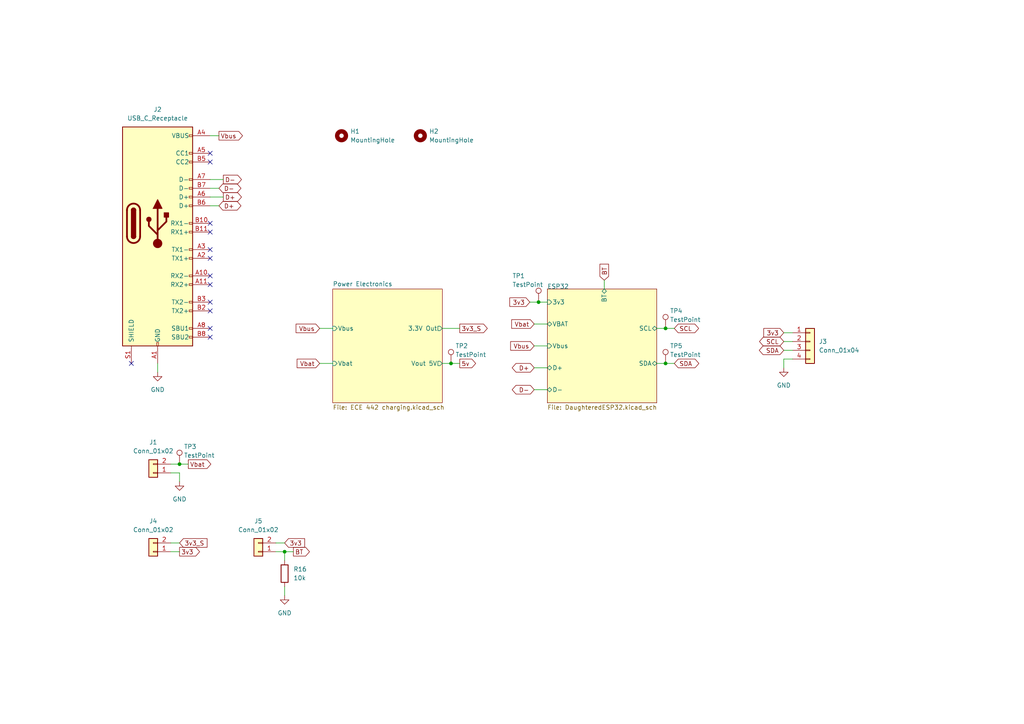
<source format=kicad_sch>
(kicad_sch (version 20211123) (generator eeschema)
  (paper "A4")
  (lib_symbols
    (symbol "Connector:TestPoint" (pin_numbers hide) (pin_names (offset 0.762) hide)
      (property "Reference" "TP" (at 0 6.858 0))
      (property "Value" "TestPoint" (at 0 5.08 0))
      (symbol "TestPoint_0_1"
        (circle (center 0 3.302) (radius 0.762))
      )
      (symbol "TestPoint_1_1"
        (pin passive line (at 0 0 90) (length 2.54) (name "1") (number "1"))
      )
    )
    (symbol "Connector:USB_C_Receptacle" (pin_names (offset 1.016))
      (property "Reference" "J" (at -10.16 29.21 0))
      (property "Value" "USB_C_Receptacle" (at 10.16 29.21 0))
      (symbol "USB_C_Receptacle_0_0"
        (rectangle (start -0.254 -35.56) (end 0.254 -34.544))
        (rectangle (start 10.16 -32.766) (end 9.144 -33.274))
        (rectangle (start 10.16 -30.226) (end 9.144 -30.734))
        (rectangle (start 10.16 -25.146) (end 9.144 -25.654))
        (rectangle (start 10.16 -22.606) (end 9.144 -23.114))
        (rectangle (start 10.16 -17.526) (end 9.144 -18.034))
        (rectangle (start 10.16 -14.986) (end 9.144 -15.494))
        (rectangle (start 10.16 -9.906) (end 9.144 -10.414))
        (rectangle (start 10.16 -7.366) (end 9.144 -7.874))
        (rectangle (start 10.16 -2.286) (end 9.144 -2.794))
        (rectangle (start 10.16 0.254) (end 9.144 -0.254))
        (rectangle (start 10.16 5.334) (end 9.144 4.826))
        (rectangle (start 10.16 7.874) (end 9.144 7.366))
        (rectangle (start 10.16 10.414) (end 9.144 9.906))
        (rectangle (start 10.16 12.954) (end 9.144 12.446))
        (rectangle (start 10.16 18.034) (end 9.144 17.526))
        (rectangle (start 10.16 20.574) (end 9.144 20.066))
        (rectangle (start 10.16 25.654) (end 9.144 25.146))
      )
      (symbol "USB_C_Receptacle_0_1"
        (rectangle (start -10.16 27.94) (end 10.16 -35.56) (stroke (width 0.254)) (fill (type background)))
        (arc (start -8.89 -3.81) (mid -6.985 -5.715) (end -5.08 -3.81) (stroke (width 0.508)))
        (arc (start -7.62 -3.81) (mid -6.985 -4.445) (end -6.35 -3.81) (stroke (width 0.254)))
        (arc (start -7.62 -3.81) (mid -6.985 -4.445) (end -6.35 -3.81) (stroke (width 0.254)) (fill (type outline)))
        (rectangle (start -7.62 -3.81) (end -6.35 3.81) (stroke (width 0.254)) (fill (type outline)))
        (arc (start -6.35 3.81) (mid -6.985 4.445) (end -7.62 3.81) (stroke (width 0.254)))
        (arc (start -6.35 3.81) (mid -6.985 4.445) (end -7.62 3.81) (stroke (width 0.254)) (fill (type outline)))
        (arc (start -5.08 3.81) (mid -6.985 5.715) (end -8.89 3.81) (stroke (width 0.508)))
        (polyline (pts (xy -8.89 -3.81) (xy -8.89 3.81)) (stroke (width 0.508)))
        (polyline (pts (xy -5.08 3.81) (xy -5.08 -3.81)) (stroke (width 0.508)))
      )
      (symbol "USB_C_Receptacle_1_1"
        (circle (center -2.54 1.143) (radius 0.635) (stroke (width 0.254)) (fill (type outline)))
        (circle (center 0 -5.842) (radius 1.27) (fill (type outline)))
        (polyline (pts (xy 0 -5.842) (xy 0 4.318)) (stroke (width 0.508)))
        (polyline (pts (xy 0 -3.302) (xy -2.54 -0.762) (xy -2.54 0.508)) (stroke (width 0.508)))
        (polyline (pts (xy 0 -2.032) (xy 2.54 0.508) (xy 2.54 1.778)) (stroke (width 0.508)))
        (polyline (pts (xy -1.27 4.318) (xy 0 6.858) (xy 1.27 4.318) (xy -1.27 4.318)) (stroke (width 0.254)) (fill (type outline)))
        (rectangle (start 1.905 1.778) (end 3.175 3.048) (stroke (width 0.254)) (fill (type outline)))
        (pin passive line (at 0 -40.64 90) (length 5.08) (name "GND") (number "A1"))
        (pin bidirectional line (at 15.24 -15.24 180) (length 5.08) (name "RX2-") (number "A10"))
        (pin bidirectional line (at 15.24 -17.78 180) (length 5.08) (name "RX2+") (number "A11"))
        (pin passive line (at 0 -40.64 90) (length 5.08) hide (name "GND") (number "A12"))
        (pin bidirectional line (at 15.24 -10.16 180) (length 5.08) (name "TX1+") (number "A2"))
        (pin bidirectional line (at 15.24 -7.62 180) (length 5.08) (name "TX1-") (number "A3"))
        (pin passive line (at 15.24 25.4 180) (length 5.08) (name "VBUS") (number "A4"))
        (pin bidirectional line (at 15.24 20.32 180) (length 5.08) (name "CC1") (number "A5"))
        (pin bidirectional line (at 15.24 7.62 180) (length 5.08) (name "D+") (number "A6"))
        (pin bidirectional line (at 15.24 12.7 180) (length 5.08) (name "D-") (number "A7"))
        (pin bidirectional line (at 15.24 -30.48 180) (length 5.08) (name "SBU1") (number "A8"))
        (pin passive line (at 15.24 25.4 180) (length 5.08) hide (name "VBUS") (number "A9"))
        (pin passive line (at 0 -40.64 90) (length 5.08) hide (name "GND") (number "B1"))
        (pin bidirectional line (at 15.24 0 180) (length 5.08) (name "RX1-") (number "B10"))
        (pin bidirectional line (at 15.24 -2.54 180) (length 5.08) (name "RX1+") (number "B11"))
        (pin passive line (at 0 -40.64 90) (length 5.08) hide (name "GND") (number "B12"))
        (pin bidirectional line (at 15.24 -25.4 180) (length 5.08) (name "TX2+") (number "B2"))
        (pin bidirectional line (at 15.24 -22.86 180) (length 5.08) (name "TX2-") (number "B3"))
        (pin passive line (at 15.24 25.4 180) (length 5.08) hide (name "VBUS") (number "B4"))
        (pin bidirectional line (at 15.24 17.78 180) (length 5.08) (name "CC2") (number "B5"))
        (pin bidirectional line (at 15.24 5.08 180) (length 5.08) (name "D+") (number "B6"))
        (pin bidirectional line (at 15.24 10.16 180) (length 5.08) (name "D-") (number "B7"))
        (pin bidirectional line (at 15.24 -33.02 180) (length 5.08) (name "SBU2") (number "B8"))
        (pin passive line (at 15.24 25.4 180) (length 5.08) hide (name "VBUS") (number "B9"))
        (pin passive line (at -7.62 -40.64 90) (length 5.08) (name "SHIELD") (number "S1"))
      )
    )
    (symbol "Connector_Generic:Conn_01x02" (pin_names (offset 1.016) hide)
      (property "Reference" "J" (at 0 2.54 0))
      (property "Value" "Conn_01x02" (at 0 -5.08 0))
      (symbol "Conn_01x02_1_1"
        (rectangle (start -1.27 -2.413) (end 0 -2.667) (stroke (width 0.1524)))
        (rectangle (start -1.27 0.127) (end 0 -0.127) (stroke (width 0.1524)))
        (rectangle (start -1.27 1.27) (end 1.27 -3.81) (stroke (width 0.254)) (fill (type background)))
        (pin passive line (at -5.08 0 0) (length 3.81) (name "Pin_1") (number "1"))
        (pin passive line (at -5.08 -2.54 0) (length 3.81) (name "Pin_2") (number "2"))
      )
    )
    (symbol "Connector_Generic:Conn_01x04" (pin_names (offset 1.016) hide)
      (property "Reference" "J" (at 0 5.08 0))
      (property "Value" "Conn_01x04" (at 0 -7.62 0))
      (symbol "Conn_01x04_1_1"
        (rectangle (start -1.27 -4.953) (end 0 -5.207) (stroke (width 0.1524)))
        (rectangle (start -1.27 -2.413) (end 0 -2.667) (stroke (width 0.1524)))
        (rectangle (start -1.27 0.127) (end 0 -0.127) (stroke (width 0.1524)))
        (rectangle (start -1.27 2.667) (end 0 2.413) (stroke (width 0.1524)))
        (rectangle (start -1.27 3.81) (end 1.27 -6.35) (stroke (width 0.254)) (fill (type background)))
        (pin passive line (at -5.08 2.54 0) (length 3.81) (name "Pin_1") (number "1"))
        (pin passive line (at -5.08 0 0) (length 3.81) (name "Pin_2") (number "2"))
        (pin passive line (at -5.08 -2.54 0) (length 3.81) (name "Pin_3") (number "3"))
        (pin passive line (at -5.08 -5.08 0) (length 3.81) (name "Pin_4") (number "4"))
      )
    )
    (symbol "Device:R" (pin_numbers hide) (pin_names (offset 0))
      (property "Reference" "R" (at 2.032 0 90))
      (property "Value" "R" (at 0 0 90))
      (symbol "R_0_1"
        (rectangle (start -1.016 -2.54) (end 1.016 2.54) (stroke (width 0.254)))
      )
      (symbol "R_1_1"
        (pin passive line (at 0 3.81 270) (length 1.27) (name "~") (number "1"))
        (pin passive line (at 0 -3.81 90) (length 1.27) (name "~") (number "2"))
      )
    )
    (symbol "Mechanical:MountingHole" (pin_names (offset 1.016))
      (property "Reference" "H" (at 0 5.08 0))
      (property "Value" "MountingHole" (at 0 3.175 0))
      (symbol "MountingHole_0_1"
        (circle (center 0 0) (radius 1.27) (stroke (width 1.27)))
      )
    )
    (symbol "power:GND" (power) (pin_names (offset 0))
      (property "Value" "GND" (at 0 -3.81 0))
      (symbol "GND_0_1"
        (polyline (pts (xy 0 0) (xy 0 -1.27) (xy 1.27 -1.27) (xy 0 -2.54) (xy -1.27 -1.27) (xy 0 -1.27)))
      )
      (symbol "GND_1_1"
        (pin power_in line (at 0 0 270) (length 0) hide (name "GND") (number "1"))
      )
    )
  )
  (junction (at 130.81 105.41))
  (junction (at 193.04 95.25))
  (junction (at 193.04 105.41))
  (junction (at 82.55 160.02))
  (junction (at 156.21 87.63))
  (junction (at 52.07 134.62))
  (no_connect (at 60.96 80.01))
  (no_connect (at 60.96 82.55))
  (no_connect (at 60.96 90.17))
  (no_connect (at 60.96 87.63))
  (no_connect (at 60.96 46.99))
  (no_connect (at 60.96 44.45))
  (no_connect (at 60.96 72.39))
  (no_connect (at 60.96 74.93))
  (no_connect (at 60.96 64.77))
  (no_connect (at 60.96 67.31))
  (no_connect (at 60.96 95.25))
  (no_connect (at 60.96 97.79))
  (no_connect (at 38.1 105.41))
  (wire (pts (xy 49.53 160.02) (xy 52.07 160.02)))
  (wire (pts (xy 153.67 87.63) (xy 156.21 87.63)))
  (wire (pts (xy 52.07 137.16) (xy 52.07 139.7)))
  (wire (pts (xy 60.96 52.07) (xy 64.77 52.07)))
  (wire (pts (xy 60.96 54.61) (xy 63.5 54.61)))
  (wire (pts (xy 154.94 100.33) (xy 158.75 100.33)))
  (wire (pts (xy 193.04 105.41) (xy 195.58 105.41)))
  (wire (pts (xy 227.33 99.06) (xy 229.87 99.06)))
  (wire (pts (xy 227.33 104.14) (xy 229.87 104.14)))
  (wire (pts (xy 52.07 134.62) (xy 54.61 134.62)))
  (wire (pts (xy 45.72 105.41) (xy 45.72 107.95)))
  (wire (pts (xy 80.01 160.02) (xy 82.55 160.02)))
  (wire (pts (xy 128.27 95.25) (xy 133.35 95.25)))
  (wire (pts (xy 190.5 105.41) (xy 193.04 105.41)))
  (wire (pts (xy 227.33 96.52) (xy 229.87 96.52)))
  (wire (pts (xy 60.96 39.37) (xy 63.5 39.37)))
  (wire (pts (xy 82.55 160.02) (xy 85.09 160.02)))
  (wire (pts (xy 49.53 134.62) (xy 52.07 134.62)))
  (wire (pts (xy 156.21 87.63) (xy 158.75 87.63)))
  (wire (pts (xy 60.96 59.69) (xy 63.5 59.69)))
  (wire (pts (xy 52.07 157.48) (xy 49.53 157.48)))
  (wire (pts (xy 92.71 95.25) (xy 96.52 95.25)))
  (wire (pts (xy 227.33 106.68) (xy 227.33 104.14)))
  (wire (pts (xy 128.27 105.41) (xy 130.81 105.41)))
  (wire (pts (xy 82.55 170.18) (xy 82.55 172.72)))
  (wire (pts (xy 82.55 157.48) (xy 80.01 157.48)))
  (wire (pts (xy 154.94 93.98) (xy 158.75 93.98)))
  (wire (pts (xy 154.94 106.68) (xy 158.75 106.68)))
  (wire (pts (xy 190.5 95.25) (xy 193.04 95.25)))
  (wire (pts (xy 193.04 95.25) (xy 195.58 95.25)))
  (wire (pts (xy 227.33 101.6) (xy 229.87 101.6)))
  (wire (pts (xy 82.55 160.02) (xy 82.55 162.56)))
  (wire (pts (xy 175.26 81.28) (xy 175.26 83.82)))
  (wire (pts (xy 60.96 57.15) (xy 64.77 57.15)))
  (wire (pts (xy 92.71 105.41) (xy 96.52 105.41)))
  (wire (pts (xy 49.53 137.16) (xy 52.07 137.16)))
  (wire (pts (xy 154.94 113.03) (xy 158.75 113.03)))
  (wire (pts (xy 130.81 105.41) (xy 133.35 105.41)))
  (global_label "5v" (shape output) (at 133.35 105.41 0) (property "Intersheet References" "${INTERSHEET_REFS}" (effects hide)))
  (global_label "3v3_S" (shape input) (at 52.07 157.48 0) (property "Intersheet References" "${INTERSHEET_REFS}" (effects hide)))
  (global_label "SCL" (shape bidirectional) (at 227.33 99.06 180) (property "Intersheet References" "${INTERSHEET_REFS}" (effects hide)))
  (global_label "D+" (shape bidirectional) (at 154.94 106.68 180) (property "Intersheet References" "${INTERSHEET_REFS}" (effects hide)))
  (global_label "D+" (shape bidirectional) (at 63.5 59.69 0) (property "Intersheet References" "${INTERSHEET_REFS}" (effects hide)))
  (global_label "3v3" (shape output) (at 52.07 160.02 0) (property "Intersheet References" "${INTERSHEET_REFS}" (effects hide)))
  (global_label "3v3" (shape input) (at 227.33 96.52 180) (property "Intersheet References" "${INTERSHEET_REFS}" (effects hide)))
  (global_label "3v3" (shape input) (at 82.55 157.48 0) (property "Intersheet References" "${INTERSHEET_REFS}" (effects hide)))
  (global_label "Vbat" (shape input) (at 92.71 105.41 180) (property "Intersheet References" "${INTERSHEET_REFS}" (effects hide)))
  (global_label "D+" (shape output) (at 64.77 57.15 0) (property "Intersheet References" "${INTERSHEET_REFS}" (effects hide)))
  (global_label "Vbat" (shape output) (at 54.61 134.62 0) (property "Intersheet References" "${INTERSHEET_REFS}" (effects hide)))
  (global_label "BT" (shape output) (at 85.09 160.02 0) (property "Intersheet References" "${INTERSHEET_REFS}" (effects hide)))
  (global_label "3v3_S" (shape output) (at 133.35 95.25 0) (property "Intersheet References" "${INTERSHEET_REFS}" (effects hide)))
  (global_label "D-" (shape bidirectional) (at 63.5 54.61 0) (property "Intersheet References" "${INTERSHEET_REFS}" (effects hide)))
  (global_label "Vbus" (shape input) (at 92.71 95.25 180) (property "Intersheet References" "${INTERSHEET_REFS}" (effects hide)))
  (global_label "BT" (shape input) (at 175.26 81.28 90) (property "Intersheet References" "${INTERSHEET_REFS}" (effects hide)))
  (global_label "SCL" (shape bidirectional) (at 195.58 95.25 0) (property "Intersheet References" "${INTERSHEET_REFS}" (effects hide)))
  (global_label "D-" (shape output) (at 64.77 52.07 0) (property "Intersheet References" "${INTERSHEET_REFS}" (effects hide)))
  (global_label "Vbus" (shape input) (at 154.94 100.33 180) (property "Intersheet References" "${INTERSHEET_REFS}" (effects hide)))
  (global_label "SDA" (shape bidirectional) (at 195.58 105.41 0) (property "Intersheet References" "${INTERSHEET_REFS}" (effects hide)))
  (global_label "SDA" (shape bidirectional) (at 227.33 101.6 180) (property "Intersheet References" "${INTERSHEET_REFS}" (effects hide)))
  (global_label "3v3" (shape input) (at 153.67 87.63 180) (property "Intersheet References" "${INTERSHEET_REFS}" (effects hide)))
  (global_label "D-" (shape bidirectional) (at 154.94 113.03 180) (property "Intersheet References" "${INTERSHEET_REFS}" (effects hide)))
  (global_label "Vbat" (shape input) (at 154.94 93.98 180) (property "Intersheet References" "${INTERSHEET_REFS}" (effects hide)))
  (global_label "Vbus" (shape output) (at 63.5 39.37 0) (property "Intersheet References" "${INTERSHEET_REFS}" (effects hide)))
  (symbol (lib_id "power:GND") (at 45.72 107.95 0) (unit 1)
    (property "Reference" "#PWR01" (effects hide))
    (property "Value" "GND" (at 45.72 113.03 0))
  )
  (symbol (lib_id "power:GND") (at 82.55 172.72 0) (unit 1)
    (property "Reference" "#PWR04" (effects hide))
    (property "Value" "GND" (at 82.55 177.8 0))
  )
  (symbol (lib_id "Connector_Generic:Conn_01x02") (at 44.45 137.16 180) (unit 1)
    (property "Reference" "J1" (at 44.45 128.27 0))
    (property "Value" "Conn_01x02" (at 44.45 130.81 0))
    (property "Footprint" "Connector_Molex:Molex_KK-254_AE-6410-02A_1x02_P2.54mm_Vertical" (effects hide))
  )
  (symbol (lib_id "Connector_Generic:Conn_01x02") (at 44.45 160.02 180) (unit 1)
    (property "Reference" "J4" (at 44.45 151.13 0))
    (property "Value" "Conn_01x02" (at 44.45 153.67 0))
    (property "Footprint" "Connector_Molex:Molex_KK-254_AE-6410-02A_1x02_P2.54mm_Vertical" (effects hide))
  )
  (symbol (lib_id "Mechanical:MountingHole") (at 121.92 39.37 0) (unit 1)
    (property "Reference" "H2" (at 124.46 38.0999 0) (effects (justify left)))
    (property "Value" "MountingHole" (at 124.46 40.6399 0) (effects (justify left)))
    (property "Footprint" "MountingHole:MountingHole_2.2mm_M2" (effects hide))
  )
  (symbol (lib_id "Connector:TestPoint") (at 130.81 105.41 0) (unit 1) (in_bom no) (on_board no)
    (property "Reference" "TP2" (at 132.08 100.33 0) (effects (justify left)))
    (property "Value" "TestPoint" (at 132.08 102.87 0) (effects (justify left)))
    (property "Footprint" "TestPoint:TestPoint_Pad_D1.0mm" (effects hide))
  )
  (symbol (lib_id "Device:R") (at 82.55 166.37 0) (unit 1)
    (property "Reference" "R16" (at 85.09 165.0999 0) (effects (justify left)))
    (property "Value" "10k" (at 85.09 167.6399 0) (effects (justify left)))
    (property "Footprint" "Resistor_SMD:R_0603_1608Metric" (effects hide))
  )
  (symbol (lib_id "power:GND") (at 52.07 139.7 0) (unit 1)
    (property "Reference" "#PWR02" (effects hide))
    (property "Value" "GND" (at 52.07 144.78 0))
  )
  (symbol (lib_id "Connector:TestPoint") (at 52.07 134.62 0) (unit 1)
    (property "Reference" "TP3" (at 53.34 129.54 0) (effects (justify left)))
    (property "Value" "TestPoint" (at 53.34 132.08 0) (effects (justify left)))
    (property "Footprint" "TestPoint:TestPoint_Pad_D1.0mm" (effects hide))
  )
  (symbol (lib_id "Connector_Generic:Conn_01x04") (at 234.95 99.06 0) (unit 1)
    (property "Reference" "J3" (at 237.49 99.0599 0) (effects (justify left)))
    (property "Value" "Conn_01x04" (at 237.49 101.5999 0) (effects (justify left)))
    (property "Footprint" "Connector_Molex:Molex_KK-254_AE-6410-04A_1x04_P2.54mm_Vertical" (effects hide))
  )
  (symbol (lib_id "Mechanical:MountingHole") (at 99.06 39.37 0) (unit 1)
    (property "Reference" "H1" (at 101.6 38.0999 0) (effects (justify left)))
    (property "Value" "MountingHole" (at 101.6 40.6399 0) (effects (justify left)))
    (property "Footprint" "MountingHole:MountingHole_2.2mm_M2" (effects hide))
  )
  (symbol (lib_id "Connector:TestPoint") (at 156.21 87.63 0) (unit 1)
    (property "Reference" "TP1" (at 148.59 80.01 0) (effects (justify left)))
    (property "Value" "TestPoint" (at 148.59 82.55 0) (effects (justify left)))
    (property "Footprint" "TestPoint:TestPoint_Pad_D1.0mm" (effects hide))
  )
  (symbol (lib_id "Connector_Generic:Conn_01x02") (at 74.93 160.02 180) (unit 1)
    (property "Reference" "J5" (at 74.93 151.13 0))
    (property "Value" "Conn_01x02" (at 74.93 153.67 0))
    (property "Footprint" "Connector_Molex:Molex_KK-254_AE-6410-02A_1x02_P2.54mm_Vertical" (effects hide))
  )
  (symbol (lib_id "Connector:USB_C_Receptacle") (at 45.72 64.77 0) (unit 1)
    (property "Reference" "J2" (at 45.72 31.75 0))
    (property "Value" "USB_C_Receptacle" (at 45.72 34.29 0))
    (property "Footprint" "Connector_USB:USB_C_Receptacle_Amphenol_12401610E4-2A" (effects hide))
    (property "Datasheet" "https://www.digikey.com/en/products/detail/jae-electronics/DX07S016JA1R1500/11585731" (effects hide))
  )
  (symbol (lib_id "power:GND") (at 227.33 106.68 0) (unit 1)
    (property "Reference" "#PWR08" (effects hide))
    (property "Value" "GND" (at 227.33 111.76 0))
  )
  (symbol (lib_id "Connector:TestPoint") (at 193.04 95.25 0) (unit 1)
    (property "Reference" "TP4" (at 194.31 90.17 0) (effects (justify left)))
    (property "Value" "TestPoint" (at 194.31 92.71 0) (effects (justify left)))
    (property "Footprint" "TestPoint:TestPoint_Pad_D1.0mm" (effects hide))
  )
  (symbol (lib_id "Connector:TestPoint") (at 193.04 105.41 0) (unit 1)
    (property "Reference" "TP5" (at 194.31 100.33 0) (effects (justify left)))
    (property "Value" "TestPoint" (at 194.31 102.87 0) (effects (justify left)))
    (property "Footprint" "TestPoint:TestPoint_Pad_D1.0mm" (effects hide))
  )
  (sheet (at 96.52 83.82) (size 31.75 33.02) (stroke (width 0.1524)) (fill (color 255 255 194 1.0000))
    (property "Sheet name" "Power Electronics" (at 96.52 83.1084 0) (effects (justify left bottom)))
    (property "Sheet file" "ECE 442 charging.kicad_sch" (at 96.52 117.4246 0) (effects (justify left top)))
    (pin "Vbat" input (at 96.52 105.41 180))
    (pin "3.3V Out" output (at 128.27 95.25 0))
    (pin "Vout 5V" output (at 128.27 105.41 0))
    (pin "Vbus" input (at 96.52 95.25 180))
  )
  (sheet (at 158.75 83.82) (size 31.75 33.02) (stroke (width 0.1524)) (fill (color 255 255 194 1.0000))
    (property "Sheet name" "ESP32" (at 158.75 83.82 0) (effects (justify left bottom)))
    (property "Sheet file" "DaughteredESP32.kicad_sch" (at 158.75 117.4246 0) (effects (justify left top)))
    (pin "3v3" input (at 158.75 87.63 180))
    (pin "SCL" bidirectional (at 190.5 95.25 0))
    (pin "SDA" bidirectional (at 190.5 105.41 0))
    (pin "D+" bidirectional (at 158.75 106.68 180))
    (pin "Vbus" input (at 158.75 100.33 180))
    (pin "D-" bidirectional (at 158.75 113.03 180))
    (pin "VBAT" bidirectional (at 158.75 93.98 180))
    (pin "BT" bidirectional (at 175.26 83.82 90))
  )
)
</source>
